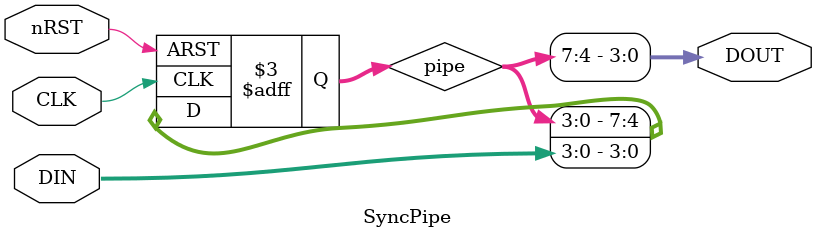
<source format=v>
`ifndef __TESTDRIVE_SYNC_PIPE_V__
`define __TESTDRIVE_SYNC_PIPE_V__
`timescale 1ns/1ns

module SyncPipe #(
	parameter		WIDTH			= 4,
	parameter		LEVEL			= 2				// (LEVEL >= 2)
) (
	input							CLK,			// clock
	input							nRST,			// reset (active low)
	input	[WIDTH-1:0]				DIN,
	output	[WIDTH-1:0]				DOUT
);
// synopsys template

localparam	PIPE_WIDTH		= WIDTH * LEVEL;
// register definition & assignment ------------------------------------------
reg	[PIPE_WIDTH-1:0]			pipe;

assign	DOUT				= pipe[PIPE_WIDTH-1:PIPE_WIDTH-WIDTH];

// implementation ------------------------------------------------------------
always@(posedge CLK, negedge nRST) begin
	if(!nRST) begin
		pipe				<= {PIPE_WIDTH{1'b0}};
	end
	else begin
		pipe				<= {pipe[PIPE_WIDTH-WIDTH-1:0], DIN};
	end
end

endmodule

`endif//__TESTDRIVE_SYNC_PIPE_V__

</source>
